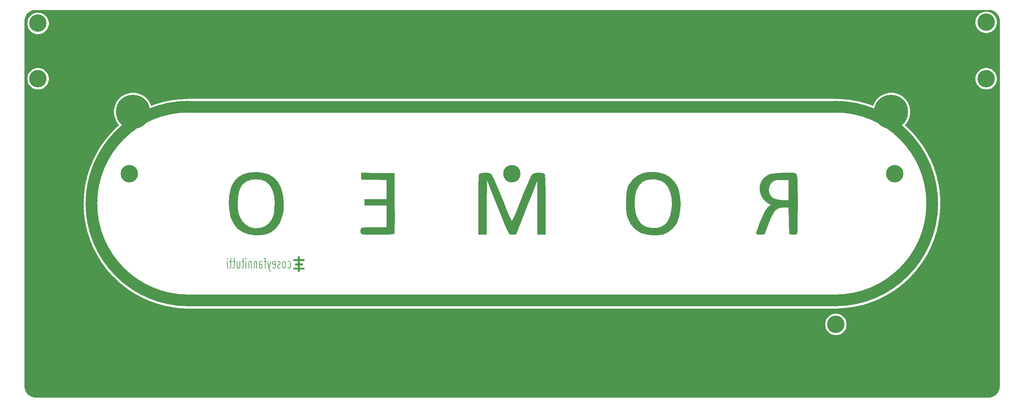
<source format=gbr>
G04 #@! TF.GenerationSoftware,KiCad,Pcbnew,(5.1.4)-1*
G04 #@! TF.CreationDate,2019-10-29T16:24:30-04:00*
G04 #@! TF.ProjectId,romeo-bottom,726f6d65-6f2d-4626-9f74-746f6d2e6b69,rev?*
G04 #@! TF.SameCoordinates,Original*
G04 #@! TF.FileFunction,Copper,L2,Bot*
G04 #@! TF.FilePolarity,Positive*
%FSLAX46Y46*%
G04 Gerber Fmt 4.6, Leading zero omitted, Abs format (unit mm)*
G04 Created by KiCad (PCBNEW (5.1.4)-1) date 2019-10-29 16:24:30*
%MOMM*%
%LPD*%
G04 APERTURE LIST*
%ADD10C,0.200000*%
%ADD11C,0.010000*%
%ADD12C,3.000000*%
%ADD13C,8.600000*%
%ADD14C,4.400000*%
%ADD15C,0.254000*%
G04 APERTURE END LIST*
D10*
X88870514Y-77567504D02*
X89013371Y-77686552D01*
X89299085Y-77686552D01*
X89441942Y-77567504D01*
X89513371Y-77448457D01*
X89584800Y-77210361D01*
X89584800Y-76496076D01*
X89513371Y-76257980D01*
X89441942Y-76138933D01*
X89299085Y-76019885D01*
X89013371Y-76019885D01*
X88870514Y-76138933D01*
X88013371Y-77686552D02*
X88156228Y-77567504D01*
X88227657Y-77448457D01*
X88299085Y-77210361D01*
X88299085Y-76496076D01*
X88227657Y-76257980D01*
X88156228Y-76138933D01*
X88013371Y-76019885D01*
X87799085Y-76019885D01*
X87656228Y-76138933D01*
X87584800Y-76257980D01*
X87513371Y-76496076D01*
X87513371Y-77210361D01*
X87584800Y-77448457D01*
X87656228Y-77567504D01*
X87799085Y-77686552D01*
X88013371Y-77686552D01*
X86941942Y-77567504D02*
X86799085Y-77686552D01*
X86513371Y-77686552D01*
X86370514Y-77567504D01*
X86299085Y-77329409D01*
X86299085Y-77210361D01*
X86370514Y-76972266D01*
X86513371Y-76853219D01*
X86727657Y-76853219D01*
X86870514Y-76734171D01*
X86941942Y-76496076D01*
X86941942Y-76377028D01*
X86870514Y-76138933D01*
X86727657Y-76019885D01*
X86513371Y-76019885D01*
X86370514Y-76138933D01*
X85084800Y-77567504D02*
X85227657Y-77686552D01*
X85513371Y-77686552D01*
X85656228Y-77567504D01*
X85727657Y-77329409D01*
X85727657Y-76377028D01*
X85656228Y-76138933D01*
X85513371Y-76019885D01*
X85227657Y-76019885D01*
X85084800Y-76138933D01*
X85013371Y-76377028D01*
X85013371Y-76615123D01*
X85727657Y-76853219D01*
X84513371Y-76019885D02*
X84156228Y-77686552D01*
X83799085Y-76019885D02*
X84156228Y-77686552D01*
X84299085Y-78281790D01*
X84370514Y-78400838D01*
X84513371Y-78519885D01*
X83441942Y-76019885D02*
X82870514Y-76019885D01*
X83227657Y-77686552D02*
X83227657Y-75543695D01*
X83156228Y-75305600D01*
X83013371Y-75186552D01*
X82870514Y-75186552D01*
X81727657Y-77686552D02*
X81727657Y-76377028D01*
X81799085Y-76138933D01*
X81941942Y-76019885D01*
X82227657Y-76019885D01*
X82370514Y-76138933D01*
X81727657Y-77567504D02*
X81870514Y-77686552D01*
X82227657Y-77686552D01*
X82370514Y-77567504D01*
X82441942Y-77329409D01*
X82441942Y-77091314D01*
X82370514Y-76853219D01*
X82227657Y-76734171D01*
X81870514Y-76734171D01*
X81727657Y-76615123D01*
X81013371Y-76019885D02*
X81013371Y-77686552D01*
X81013371Y-76257980D02*
X80941942Y-76138933D01*
X80799085Y-76019885D01*
X80584800Y-76019885D01*
X80441942Y-76138933D01*
X80370514Y-76377028D01*
X80370514Y-77686552D01*
X79656228Y-76019885D02*
X79656228Y-77686552D01*
X79656228Y-76257980D02*
X79584800Y-76138933D01*
X79441942Y-76019885D01*
X79227657Y-76019885D01*
X79084800Y-76138933D01*
X79013371Y-76377028D01*
X79013371Y-77686552D01*
X78299085Y-77686552D02*
X78299085Y-76019885D01*
X78299085Y-75186552D02*
X78370514Y-75305600D01*
X78299085Y-75424647D01*
X78227657Y-75305600D01*
X78299085Y-75186552D01*
X78299085Y-75424647D01*
X77799085Y-76019885D02*
X77227657Y-76019885D01*
X77584800Y-75186552D02*
X77584800Y-77329409D01*
X77513371Y-77567504D01*
X77370514Y-77686552D01*
X77227657Y-77686552D01*
X76084800Y-76019885D02*
X76084800Y-77686552D01*
X76727657Y-76019885D02*
X76727657Y-77329409D01*
X76656228Y-77567504D01*
X76513371Y-77686552D01*
X76299085Y-77686552D01*
X76156228Y-77567504D01*
X76084800Y-77448457D01*
X75584800Y-76019885D02*
X75013371Y-76019885D01*
X75370514Y-75186552D02*
X75370514Y-77329409D01*
X75299085Y-77567504D01*
X75156228Y-77686552D01*
X75013371Y-77686552D01*
X74727657Y-76019885D02*
X74156228Y-76019885D01*
X74513371Y-75186552D02*
X74513371Y-77329409D01*
X74441942Y-77567504D01*
X74299085Y-77686552D01*
X74156228Y-77686552D01*
X73656228Y-77686552D02*
X73656228Y-76019885D01*
X73656228Y-75186552D02*
X73727657Y-75305600D01*
X73656228Y-75424647D01*
X73584800Y-75305600D01*
X73656228Y-75186552D01*
X73656228Y-75424647D01*
D11*
G36*
X91837934Y-78001377D02*
G01*
X92407317Y-77999200D01*
X92976700Y-77997024D01*
X92976700Y-77590624D01*
X91837934Y-77586272D01*
X91837934Y-76925991D01*
X92557601Y-76925991D01*
X92557601Y-76494191D01*
X91837934Y-76494191D01*
X91837934Y-75816977D01*
X92407317Y-75814800D01*
X92976700Y-75812624D01*
X92978963Y-75598841D01*
X92981225Y-75385058D01*
X91837934Y-75385058D01*
X91837934Y-74766991D01*
X91397667Y-74766991D01*
X91397667Y-75385058D01*
X90263134Y-75385058D01*
X90263134Y-75816857D01*
X91397667Y-75816857D01*
X91397667Y-76494191D01*
X90686467Y-76494191D01*
X90686467Y-76925991D01*
X91397667Y-76925991D01*
X91397667Y-77586391D01*
X90263134Y-77586391D01*
X90263134Y-78001257D01*
X91397448Y-78001257D01*
X91401900Y-78589691D01*
X91619917Y-78591950D01*
X91837934Y-78594210D01*
X91837934Y-78001377D01*
X91837934Y-78001377D01*
G37*
X91837934Y-78001377D02*
X92407317Y-77999200D01*
X92976700Y-77997024D01*
X92976700Y-77590624D01*
X91837934Y-77586272D01*
X91837934Y-76925991D01*
X92557601Y-76925991D01*
X92557601Y-76494191D01*
X91837934Y-76494191D01*
X91837934Y-75816977D01*
X92407317Y-75814800D01*
X92976700Y-75812624D01*
X92978963Y-75598841D01*
X92981225Y-75385058D01*
X91837934Y-75385058D01*
X91837934Y-74766991D01*
X91397667Y-74766991D01*
X91397667Y-75385058D01*
X90263134Y-75385058D01*
X90263134Y-75816857D01*
X91397667Y-75816857D01*
X91397667Y-76494191D01*
X90686467Y-76494191D01*
X90686467Y-76925991D01*
X91397667Y-76925991D01*
X91397667Y-77586391D01*
X90263134Y-77586391D01*
X90263134Y-78001257D01*
X91397448Y-78001257D01*
X91401900Y-78589691D01*
X91619917Y-78591950D01*
X91837934Y-78594210D01*
X91837934Y-78001377D01*
D12*
X227271166Y-85872600D02*
X63737832Y-85872600D01*
X227271166Y-36872600D02*
X63737832Y-36872600D01*
X63737832Y-36872600D02*
G75*
G03X63737832Y-85872600I0J-24500000D01*
G01*
X227271166Y-85872600D02*
G75*
G03X227271166Y-36872600I0J24500000D01*
G01*
D11*
G36*
X107446455Y-54404914D02*
G01*
X107515902Y-55245407D01*
X110690902Y-55307226D01*
X113865902Y-55369046D01*
X113865902Y-60258565D01*
X108295727Y-60258565D01*
X108295727Y-61818214D01*
X113865902Y-61818214D01*
X113865902Y-67388390D01*
X110650215Y-67388390D01*
X109389865Y-67392096D01*
X108504579Y-67409455D01*
X107923826Y-67449829D01*
X107577077Y-67522580D01*
X107393802Y-67637071D01*
X107303470Y-67802662D01*
X107293095Y-67834004D01*
X107240202Y-68426587D01*
X107293095Y-68725232D01*
X107364595Y-68882140D01*
X107506064Y-68997170D01*
X107779352Y-69076799D01*
X108246308Y-69127504D01*
X108968784Y-69155761D01*
X110008628Y-69168047D01*
X111427691Y-69170839D01*
X111548436Y-69170846D01*
X113099380Y-69162855D01*
X114250007Y-69136889D01*
X115045358Y-69089959D01*
X115530479Y-69019078D01*
X115750412Y-68921255D01*
X115769826Y-68890753D01*
X115793764Y-68607969D01*
X115812385Y-67933748D01*
X115825347Y-66922238D01*
X115832311Y-65627588D01*
X115832935Y-64103947D01*
X115826878Y-62405464D01*
X115818535Y-61148209D01*
X115759762Y-53685758D01*
X111568384Y-53625089D01*
X107377007Y-53564421D01*
X107446455Y-54404914D01*
X107446455Y-54404914D01*
G37*
X107446455Y-54404914D02*
X107515902Y-55245407D01*
X110690902Y-55307226D01*
X113865902Y-55369046D01*
X113865902Y-60258565D01*
X108295727Y-60258565D01*
X108295727Y-61818214D01*
X113865902Y-61818214D01*
X113865902Y-67388390D01*
X110650215Y-67388390D01*
X109389865Y-67392096D01*
X108504579Y-67409455D01*
X107923826Y-67449829D01*
X107577077Y-67522580D01*
X107393802Y-67637071D01*
X107303470Y-67802662D01*
X107293095Y-67834004D01*
X107240202Y-68426587D01*
X107293095Y-68725232D01*
X107364595Y-68882140D01*
X107506064Y-68997170D01*
X107779352Y-69076799D01*
X108246308Y-69127504D01*
X108968784Y-69155761D01*
X110008628Y-69168047D01*
X111427691Y-69170839D01*
X111548436Y-69170846D01*
X113099380Y-69162855D01*
X114250007Y-69136889D01*
X115045358Y-69089959D01*
X115530479Y-69019078D01*
X115750412Y-68921255D01*
X115769826Y-68890753D01*
X115793764Y-68607969D01*
X115812385Y-67933748D01*
X115825347Y-66922238D01*
X115832311Y-65627588D01*
X115832935Y-64103947D01*
X115826878Y-62405464D01*
X115818535Y-61148209D01*
X115759762Y-53685758D01*
X111568384Y-53625089D01*
X107377007Y-53564421D01*
X107446455Y-54404914D01*
G36*
X151768257Y-53611709D02*
G01*
X151062461Y-53761425D01*
X150660080Y-53964267D01*
X150441743Y-54287844D01*
X150087974Y-54988002D01*
X149617225Y-56023123D01*
X149047948Y-57351588D01*
X148398595Y-58931778D01*
X147870179Y-60256955D01*
X147190849Y-61974661D01*
X146652634Y-63315859D01*
X146236597Y-64319925D01*
X145923803Y-65026231D01*
X145695314Y-65474150D01*
X145532196Y-65703056D01*
X145415512Y-65752321D01*
X145326326Y-65661318D01*
X145298416Y-65604324D01*
X145148376Y-65251202D01*
X144854811Y-64548191D01*
X144443542Y-63557580D01*
X143940392Y-62341661D01*
X143371182Y-60962725D01*
X142872143Y-59751359D01*
X142263686Y-58291109D01*
X141690936Y-56950326D01*
X141181011Y-55789859D01*
X140761030Y-54870559D01*
X140458114Y-54253275D01*
X140315188Y-54014078D01*
X139939292Y-53730186D01*
X139358329Y-53597665D01*
X138755627Y-53574355D01*
X138035658Y-53622040D01*
X137485022Y-53744070D01*
X137305200Y-53841723D01*
X137227072Y-54049532D01*
X137164019Y-54521474D01*
X137114984Y-55288372D01*
X137078911Y-56381050D01*
X137054742Y-57830332D01*
X137041421Y-59667043D01*
X137037832Y-61639969D01*
X137037832Y-69170846D01*
X139036747Y-69170846D01*
X139095623Y-62237193D01*
X139154499Y-55303539D01*
X141466269Y-61067456D01*
X142285351Y-63111525D01*
X142955627Y-64780829D01*
X143496749Y-66113147D01*
X143928366Y-67146261D01*
X144270129Y-67917950D01*
X144541689Y-68465995D01*
X144762695Y-68828177D01*
X144952798Y-69042277D01*
X145131648Y-69146075D01*
X145318895Y-69177351D01*
X145534190Y-69173886D01*
X145680975Y-69170846D01*
X146550394Y-69170846D01*
X148401711Y-64436197D01*
X148996408Y-62917369D01*
X149594566Y-61393415D01*
X150157415Y-59962844D01*
X150646183Y-58724166D01*
X151022099Y-57775891D01*
X151098238Y-57584881D01*
X151943448Y-55468214D01*
X151965902Y-69170846D01*
X153971165Y-69170846D01*
X153971165Y-61639969D01*
X153966561Y-59434752D01*
X153952045Y-57644238D01*
X153926558Y-56237602D01*
X153889046Y-55184020D01*
X153838450Y-54452667D01*
X153773714Y-54012720D01*
X153703797Y-53841723D01*
X153258717Y-53645022D01*
X152556940Y-53570630D01*
X151768257Y-53611709D01*
X151768257Y-53611709D01*
G37*
X151768257Y-53611709D02*
X151062461Y-53761425D01*
X150660080Y-53964267D01*
X150441743Y-54287844D01*
X150087974Y-54988002D01*
X149617225Y-56023123D01*
X149047948Y-57351588D01*
X148398595Y-58931778D01*
X147870179Y-60256955D01*
X147190849Y-61974661D01*
X146652634Y-63315859D01*
X146236597Y-64319925D01*
X145923803Y-65026231D01*
X145695314Y-65474150D01*
X145532196Y-65703056D01*
X145415512Y-65752321D01*
X145326326Y-65661318D01*
X145298416Y-65604324D01*
X145148376Y-65251202D01*
X144854811Y-64548191D01*
X144443542Y-63557580D01*
X143940392Y-62341661D01*
X143371182Y-60962725D01*
X142872143Y-59751359D01*
X142263686Y-58291109D01*
X141690936Y-56950326D01*
X141181011Y-55789859D01*
X140761030Y-54870559D01*
X140458114Y-54253275D01*
X140315188Y-54014078D01*
X139939292Y-53730186D01*
X139358329Y-53597665D01*
X138755627Y-53574355D01*
X138035658Y-53622040D01*
X137485022Y-53744070D01*
X137305200Y-53841723D01*
X137227072Y-54049532D01*
X137164019Y-54521474D01*
X137114984Y-55288372D01*
X137078911Y-56381050D01*
X137054742Y-57830332D01*
X137041421Y-59667043D01*
X137037832Y-61639969D01*
X137037832Y-69170846D01*
X139036747Y-69170846D01*
X139095623Y-62237193D01*
X139154499Y-55303539D01*
X141466269Y-61067456D01*
X142285351Y-63111525D01*
X142955627Y-64780829D01*
X143496749Y-66113147D01*
X143928366Y-67146261D01*
X144270129Y-67917950D01*
X144541689Y-68465995D01*
X144762695Y-68828177D01*
X144952798Y-69042277D01*
X145131648Y-69146075D01*
X145318895Y-69177351D01*
X145534190Y-69173886D01*
X145680975Y-69170846D01*
X146550394Y-69170846D01*
X148401711Y-64436197D01*
X148996408Y-62917369D01*
X149594566Y-61393415D01*
X150157415Y-59962844D01*
X150646183Y-58724166D01*
X151022099Y-57775891D01*
X151098238Y-57584881D01*
X151943448Y-55468214D01*
X151965902Y-69170846D01*
X153971165Y-69170846D01*
X153971165Y-61639969D01*
X153966561Y-59434752D01*
X153952045Y-57644238D01*
X153926558Y-56237602D01*
X153889046Y-55184020D01*
X153838450Y-54452667D01*
X153773714Y-54012720D01*
X153703797Y-53841723D01*
X153258717Y-53645022D01*
X152556940Y-53570630D01*
X151768257Y-53611709D01*
G36*
X214913290Y-53592908D02*
G01*
X214115325Y-53613690D01*
X212842281Y-53659090D01*
X211918087Y-53720813D01*
X211245982Y-53813287D01*
X210729206Y-53950936D01*
X210270998Y-54148188D01*
X210165495Y-54202567D01*
X209181823Y-54944017D01*
X208525342Y-55903228D01*
X208193476Y-56998252D01*
X208183647Y-58147139D01*
X208493281Y-59267941D01*
X209119800Y-60278711D01*
X210060629Y-61097499D01*
X210388156Y-61285405D01*
X211037243Y-61621061D01*
X210459100Y-62075829D01*
X210014036Y-62548261D01*
X209545242Y-63227185D01*
X209352312Y-63573827D01*
X208998929Y-64315384D01*
X208595564Y-65230051D01*
X208182100Y-66218251D01*
X207798423Y-67180411D01*
X207484416Y-68016958D01*
X207279966Y-68628317D01*
X207222043Y-68892140D01*
X207358452Y-69080808D01*
X207815293Y-69143275D01*
X208265636Y-69127352D01*
X209309230Y-69059442D01*
X210369552Y-66385758D01*
X210987252Y-64919830D01*
X211545347Y-63834482D01*
X212092303Y-63077986D01*
X212676586Y-62598611D01*
X213346661Y-62344628D01*
X214150993Y-62264307D01*
X214231388Y-62263828D01*
X215454296Y-62263828D01*
X215577306Y-69059442D01*
X216476617Y-69125628D01*
X217081878Y-69131384D01*
X217482565Y-69064257D01*
X217534950Y-69032792D01*
X217573293Y-68779322D01*
X217608310Y-68133986D01*
X217638852Y-67150526D01*
X217663768Y-65882684D01*
X217681908Y-64384203D01*
X217692123Y-62708825D01*
X217693972Y-61600858D01*
X217690029Y-59489252D01*
X217677198Y-57783810D01*
X217653979Y-56445145D01*
X217618872Y-55433869D01*
X217613706Y-55356811D01*
X215465902Y-55356811D01*
X215465902Y-60481372D01*
X214010500Y-60481372D01*
X213111577Y-60431711D01*
X212275421Y-60303042D01*
X211797229Y-60164714D01*
X211027728Y-59627856D01*
X210548672Y-58851185D01*
X210375215Y-57945300D01*
X210522515Y-57020797D01*
X211005728Y-56188277D01*
X211222327Y-55969530D01*
X211609774Y-55659036D01*
X211998567Y-55475515D01*
X212520653Y-55386164D01*
X213307981Y-55358180D01*
X213686961Y-55356811D01*
X215465902Y-55356811D01*
X217613706Y-55356811D01*
X217570377Y-54710594D01*
X217506993Y-54235931D01*
X217427221Y-53970492D01*
X217401728Y-53928278D01*
X217241316Y-53766729D01*
X216988789Y-53659743D01*
X216567623Y-53599994D01*
X215901297Y-53580157D01*
X214913290Y-53592908D01*
X214913290Y-53592908D01*
G37*
X214913290Y-53592908D02*
X214115325Y-53613690D01*
X212842281Y-53659090D01*
X211918087Y-53720813D01*
X211245982Y-53813287D01*
X210729206Y-53950936D01*
X210270998Y-54148188D01*
X210165495Y-54202567D01*
X209181823Y-54944017D01*
X208525342Y-55903228D01*
X208193476Y-56998252D01*
X208183647Y-58147139D01*
X208493281Y-59267941D01*
X209119800Y-60278711D01*
X210060629Y-61097499D01*
X210388156Y-61285405D01*
X211037243Y-61621061D01*
X210459100Y-62075829D01*
X210014036Y-62548261D01*
X209545242Y-63227185D01*
X209352312Y-63573827D01*
X208998929Y-64315384D01*
X208595564Y-65230051D01*
X208182100Y-66218251D01*
X207798423Y-67180411D01*
X207484416Y-68016958D01*
X207279966Y-68628317D01*
X207222043Y-68892140D01*
X207358452Y-69080808D01*
X207815293Y-69143275D01*
X208265636Y-69127352D01*
X209309230Y-69059442D01*
X210369552Y-66385758D01*
X210987252Y-64919830D01*
X211545347Y-63834482D01*
X212092303Y-63077986D01*
X212676586Y-62598611D01*
X213346661Y-62344628D01*
X214150993Y-62264307D01*
X214231388Y-62263828D01*
X215454296Y-62263828D01*
X215577306Y-69059442D01*
X216476617Y-69125628D01*
X217081878Y-69131384D01*
X217482565Y-69064257D01*
X217534950Y-69032792D01*
X217573293Y-68779322D01*
X217608310Y-68133986D01*
X217638852Y-67150526D01*
X217663768Y-65882684D01*
X217681908Y-64384203D01*
X217692123Y-62708825D01*
X217693972Y-61600858D01*
X217690029Y-59489252D01*
X217677198Y-57783810D01*
X217653979Y-56445145D01*
X217618872Y-55433869D01*
X217613706Y-55356811D01*
X215465902Y-55356811D01*
X215465902Y-60481372D01*
X214010500Y-60481372D01*
X213111577Y-60431711D01*
X212275421Y-60303042D01*
X211797229Y-60164714D01*
X211027728Y-59627856D01*
X210548672Y-58851185D01*
X210375215Y-57945300D01*
X210522515Y-57020797D01*
X211005728Y-56188277D01*
X211222327Y-55969530D01*
X211609774Y-55659036D01*
X211998567Y-55475515D01*
X212520653Y-55386164D01*
X213307981Y-55358180D01*
X213686961Y-55356811D01*
X215465902Y-55356811D01*
X217613706Y-55356811D01*
X217570377Y-54710594D01*
X217506993Y-54235931D01*
X217427221Y-53970492D01*
X217401728Y-53928278D01*
X217241316Y-53766729D01*
X216988789Y-53659743D01*
X216567623Y-53599994D01*
X215901297Y-53580157D01*
X214913290Y-53592908D01*
G36*
X79331497Y-53469493D02*
G01*
X77720398Y-53898020D01*
X76372752Y-54677934D01*
X75299545Y-55803243D01*
X74633004Y-56977275D01*
X74271036Y-58141582D01*
X74051036Y-59586521D01*
X73976778Y-61169076D01*
X74052038Y-62746235D01*
X74280591Y-64174982D01*
X74428760Y-64713772D01*
X75137272Y-66336730D01*
X76107993Y-67601095D01*
X77349205Y-68513074D01*
X78869188Y-69078874D01*
X80547592Y-69300138D01*
X81535015Y-69307917D01*
X82472990Y-69259520D01*
X83174525Y-69165251D01*
X83229937Y-69152348D01*
X84645386Y-68583933D01*
X85815824Y-67657301D01*
X86727859Y-66394921D01*
X87368098Y-64819267D01*
X87723148Y-62952810D01*
X87794837Y-61492894D01*
X87755108Y-60951199D01*
X85532721Y-60951199D01*
X85514473Y-62763339D01*
X85289329Y-64227745D01*
X84843166Y-65398441D01*
X84161861Y-66329454D01*
X84114008Y-66378061D01*
X83074645Y-67117360D01*
X81820303Y-67530757D01*
X80462638Y-67595474D01*
X79308361Y-67358510D01*
X78281721Y-66798260D01*
X77373909Y-65881818D01*
X76671316Y-64697423D01*
X76645850Y-64639102D01*
X76405594Y-63988160D01*
X76258145Y-63307349D01*
X76184346Y-62461083D01*
X76165040Y-61313774D01*
X76165184Y-61237137D01*
X76257772Y-59521695D01*
X76539174Y-58149012D01*
X77029602Y-57049359D01*
X77592813Y-56312123D01*
X78479878Y-55666862D01*
X79609319Y-55274948D01*
X80851403Y-55144563D01*
X82076394Y-55283892D01*
X83154557Y-55701119D01*
X83505025Y-55939178D01*
X84373730Y-56814019D01*
X84981789Y-57884808D01*
X85357829Y-59222305D01*
X85530475Y-60897269D01*
X85532721Y-60951199D01*
X87755108Y-60951199D01*
X87638113Y-59356053D01*
X87177531Y-57536629D01*
X86417315Y-56039803D01*
X85361691Y-54870757D01*
X84014882Y-54034672D01*
X82381113Y-53536729D01*
X81195060Y-53398346D01*
X79331497Y-53469493D01*
X79331497Y-53469493D01*
G37*
X79331497Y-53469493D02*
X77720398Y-53898020D01*
X76372752Y-54677934D01*
X75299545Y-55803243D01*
X74633004Y-56977275D01*
X74271036Y-58141582D01*
X74051036Y-59586521D01*
X73976778Y-61169076D01*
X74052038Y-62746235D01*
X74280591Y-64174982D01*
X74428760Y-64713772D01*
X75137272Y-66336730D01*
X76107993Y-67601095D01*
X77349205Y-68513074D01*
X78869188Y-69078874D01*
X80547592Y-69300138D01*
X81535015Y-69307917D01*
X82472990Y-69259520D01*
X83174525Y-69165251D01*
X83229937Y-69152348D01*
X84645386Y-68583933D01*
X85815824Y-67657301D01*
X86727859Y-66394921D01*
X87368098Y-64819267D01*
X87723148Y-62952810D01*
X87794837Y-61492894D01*
X87755108Y-60951199D01*
X85532721Y-60951199D01*
X85514473Y-62763339D01*
X85289329Y-64227745D01*
X84843166Y-65398441D01*
X84161861Y-66329454D01*
X84114008Y-66378061D01*
X83074645Y-67117360D01*
X81820303Y-67530757D01*
X80462638Y-67595474D01*
X79308361Y-67358510D01*
X78281721Y-66798260D01*
X77373909Y-65881818D01*
X76671316Y-64697423D01*
X76645850Y-64639102D01*
X76405594Y-63988160D01*
X76258145Y-63307349D01*
X76184346Y-62461083D01*
X76165040Y-61313774D01*
X76165184Y-61237137D01*
X76257772Y-59521695D01*
X76539174Y-58149012D01*
X77029602Y-57049359D01*
X77592813Y-56312123D01*
X78479878Y-55666862D01*
X79609319Y-55274948D01*
X80851403Y-55144563D01*
X82076394Y-55283892D01*
X83154557Y-55701119D01*
X83505025Y-55939178D01*
X84373730Y-56814019D01*
X84981789Y-57884808D01*
X85357829Y-59222305D01*
X85530475Y-60897269D01*
X85532721Y-60951199D01*
X87755108Y-60951199D01*
X87638113Y-59356053D01*
X87177531Y-57536629D01*
X86417315Y-56039803D01*
X85361691Y-54870757D01*
X84014882Y-54034672D01*
X82381113Y-53536729D01*
X81195060Y-53398346D01*
X79331497Y-53469493D01*
G36*
X179869075Y-53416767D02*
G01*
X178440079Y-53712262D01*
X177222174Y-54308563D01*
X176260222Y-55104429D01*
X175528067Y-55936311D01*
X175001286Y-56804420D01*
X174651849Y-57800011D01*
X174451726Y-59014334D01*
X174372886Y-60538645D01*
X174369054Y-61261197D01*
X174388955Y-62518344D01*
X174446733Y-63449831D01*
X174557601Y-64175036D01*
X174736767Y-64813335D01*
X174865846Y-65160319D01*
X175666824Y-66695599D01*
X176717115Y-67869413D01*
X178032622Y-68692517D01*
X179629250Y-69175668D01*
X181018101Y-69321309D01*
X182444107Y-69300352D01*
X183595569Y-69131253D01*
X183847554Y-69060498D01*
X185016666Y-68489380D01*
X186111238Y-67605096D01*
X186991488Y-66535294D01*
X187360881Y-65852202D01*
X187774150Y-64515672D01*
X188013674Y-62925566D01*
X188068085Y-61498448D01*
X185953036Y-61498448D01*
X185834149Y-63014722D01*
X185522622Y-64417937D01*
X185041885Y-65606125D01*
X184415371Y-66477315D01*
X184345701Y-66542986D01*
X183351913Y-67166500D01*
X182132666Y-67515410D01*
X180826386Y-67572334D01*
X179571497Y-67319888D01*
X179233897Y-67184941D01*
X178136792Y-66449192D01*
X177314681Y-65365407D01*
X176769472Y-63937689D01*
X176503079Y-62170134D01*
X176474674Y-61266225D01*
X176610086Y-59363878D01*
X177015849Y-57814282D01*
X177691254Y-56618255D01*
X178635591Y-55776614D01*
X179848151Y-55290178D01*
X181328225Y-55159764D01*
X181751181Y-55183808D01*
X183076385Y-55482964D01*
X184150196Y-56142565D01*
X184976454Y-57167087D01*
X185558995Y-58561007D01*
X185855851Y-59971086D01*
X185953036Y-61498448D01*
X188068085Y-61498448D01*
X188078492Y-61225505D01*
X187967646Y-59559112D01*
X187680177Y-58070008D01*
X187417932Y-57310658D01*
X186566492Y-55837604D01*
X185425619Y-54700269D01*
X184009402Y-53908112D01*
X182331930Y-53470590D01*
X181587955Y-53396824D01*
X179869075Y-53416767D01*
X179869075Y-53416767D01*
G37*
X179869075Y-53416767D02*
X178440079Y-53712262D01*
X177222174Y-54308563D01*
X176260222Y-55104429D01*
X175528067Y-55936311D01*
X175001286Y-56804420D01*
X174651849Y-57800011D01*
X174451726Y-59014334D01*
X174372886Y-60538645D01*
X174369054Y-61261197D01*
X174388955Y-62518344D01*
X174446733Y-63449831D01*
X174557601Y-64175036D01*
X174736767Y-64813335D01*
X174865846Y-65160319D01*
X175666824Y-66695599D01*
X176717115Y-67869413D01*
X178032622Y-68692517D01*
X179629250Y-69175668D01*
X181018101Y-69321309D01*
X182444107Y-69300352D01*
X183595569Y-69131253D01*
X183847554Y-69060498D01*
X185016666Y-68489380D01*
X186111238Y-67605096D01*
X186991488Y-66535294D01*
X187360881Y-65852202D01*
X187774150Y-64515672D01*
X188013674Y-62925566D01*
X188068085Y-61498448D01*
X185953036Y-61498448D01*
X185834149Y-63014722D01*
X185522622Y-64417937D01*
X185041885Y-65606125D01*
X184415371Y-66477315D01*
X184345701Y-66542986D01*
X183351913Y-67166500D01*
X182132666Y-67515410D01*
X180826386Y-67572334D01*
X179571497Y-67319888D01*
X179233897Y-67184941D01*
X178136792Y-66449192D01*
X177314681Y-65365407D01*
X176769472Y-63937689D01*
X176503079Y-62170134D01*
X176474674Y-61266225D01*
X176610086Y-59363878D01*
X177015849Y-57814282D01*
X177691254Y-56618255D01*
X178635591Y-55776614D01*
X179848151Y-55290178D01*
X181328225Y-55159764D01*
X181751181Y-55183808D01*
X183076385Y-55482964D01*
X184150196Y-56142565D01*
X184976454Y-57167087D01*
X185558995Y-58561007D01*
X185855851Y-59971086D01*
X185953036Y-61498448D01*
X188068085Y-61498448D01*
X188078492Y-61225505D01*
X187967646Y-59559112D01*
X187680177Y-58070008D01*
X187417932Y-57310658D01*
X186566492Y-55837604D01*
X185425619Y-54700269D01*
X184009402Y-53908112D01*
X182331930Y-53470590D01*
X181587955Y-53396824D01*
X179869075Y-53416767D01*
D13*
X241366999Y-38133400D03*
X49717001Y-38133400D03*
D14*
X227380800Y-91922600D03*
X63703200Y-91922600D03*
X48844200Y-53822600D03*
X242239800Y-53822600D03*
X145504499Y-53822600D03*
X265366999Y-15497599D03*
X265366999Y-29772600D03*
X25717001Y-29772600D03*
X25717001Y-15772600D03*
D15*
G36*
X266022539Y-12482601D02*
G01*
X266561408Y-12534944D01*
X267046132Y-12680812D01*
X267493287Y-12918047D01*
X267885849Y-13237621D01*
X268208862Y-13627355D01*
X268450023Y-14072408D01*
X268600148Y-14555829D01*
X268657001Y-15092077D01*
X268656999Y-107628138D01*
X268604656Y-108167009D01*
X268458788Y-108651732D01*
X268221552Y-109098888D01*
X267901979Y-109491449D01*
X267512243Y-109814463D01*
X267067192Y-110055623D01*
X266583771Y-110205748D01*
X266047529Y-110262600D01*
X25061466Y-110264659D01*
X24522591Y-110212316D01*
X24037868Y-110066448D01*
X23590712Y-109829212D01*
X23198151Y-109509639D01*
X22875137Y-109119903D01*
X22633977Y-108674852D01*
X22483852Y-108191431D01*
X22426999Y-107655183D01*
X22426999Y-91643377D01*
X224545800Y-91643377D01*
X224545800Y-92201823D01*
X224654748Y-92749539D01*
X224868456Y-93265476D01*
X225178712Y-93729807D01*
X225573593Y-94124688D01*
X226037924Y-94434944D01*
X226553861Y-94648652D01*
X227101577Y-94757600D01*
X227660023Y-94757600D01*
X228207739Y-94648652D01*
X228723676Y-94434944D01*
X229188007Y-94124688D01*
X229582888Y-93729807D01*
X229893144Y-93265476D01*
X230106852Y-92749539D01*
X230215800Y-92201823D01*
X230215800Y-91643377D01*
X230106852Y-91095661D01*
X229893144Y-90579724D01*
X229582888Y-90115393D01*
X229188007Y-89720512D01*
X228723676Y-89410256D01*
X228207739Y-89196548D01*
X227660023Y-89087600D01*
X227101577Y-89087600D01*
X226553861Y-89196548D01*
X226037924Y-89410256D01*
X225573593Y-89720512D01*
X225178712Y-90115393D01*
X224868456Y-90579724D01*
X224654748Y-91095661D01*
X224545800Y-91643377D01*
X22426999Y-91643377D01*
X22426999Y-60506383D01*
X37117786Y-60506383D01*
X37117786Y-60528740D01*
X37128082Y-62495171D01*
X37131463Y-62569613D01*
X37134063Y-62644073D01*
X37135856Y-62666358D01*
X37303825Y-64625630D01*
X37313168Y-64699588D01*
X37321728Y-64773571D01*
X37325302Y-64795640D01*
X37649861Y-66735130D01*
X37665105Y-66808097D01*
X37679571Y-66881159D01*
X37684904Y-66902871D01*
X38163963Y-68810084D01*
X38185004Y-68881574D01*
X38205289Y-68953261D01*
X38212346Y-68974475D01*
X38842818Y-70837124D01*
X38869532Y-70906715D01*
X38895493Y-70976524D01*
X38904229Y-70997104D01*
X39682052Y-72803191D01*
X39714249Y-72870391D01*
X39745737Y-72937918D01*
X39756095Y-72957731D01*
X40676259Y-74695619D01*
X40713760Y-74760052D01*
X40750545Y-74824805D01*
X40762458Y-74843724D01*
X41819035Y-76502217D01*
X41861557Y-76563397D01*
X41903441Y-76625028D01*
X41916834Y-76642931D01*
X43103017Y-78211346D01*
X43150300Y-78268910D01*
X43197002Y-78326995D01*
X43211787Y-78343765D01*
X44519935Y-79811998D01*
X44571704Y-79865606D01*
X44622890Y-79919734D01*
X44638973Y-79935265D01*
X46060657Y-81293855D01*
X46116550Y-81343132D01*
X46171922Y-81392989D01*
X46189198Y-81407180D01*
X47715261Y-82647378D01*
X47774942Y-82692025D01*
X47834118Y-82737269D01*
X47852476Y-82750028D01*
X49473086Y-83863843D01*
X49536163Y-83903565D01*
X49598769Y-83943912D01*
X49618092Y-83955158D01*
X51322808Y-84935413D01*
X51388863Y-84969946D01*
X51454507Y-85005144D01*
X51474647Y-85014793D01*
X51474670Y-85014805D01*
X51474691Y-85014814D01*
X53252510Y-85855185D01*
X53321064Y-85884284D01*
X53389378Y-85914130D01*
X53410251Y-85922142D01*
X55249762Y-86617235D01*
X55320494Y-86640764D01*
X55390916Y-86665013D01*
X55412347Y-86671320D01*
X55412365Y-86671326D01*
X55412382Y-86671330D01*
X57301694Y-87216653D01*
X57374068Y-87234430D01*
X57446227Y-87252957D01*
X57468105Y-87257528D01*
X57468111Y-87257529D01*
X57468116Y-87257530D01*
X59395093Y-87649577D01*
X59468606Y-87661484D01*
X59542069Y-87674173D01*
X59564250Y-87676975D01*
X61516465Y-87913220D01*
X61590733Y-87919195D01*
X61664943Y-87925949D01*
X61687275Y-87926963D01*
X61687277Y-87926963D01*
X63590240Y-88003393D01*
X63632950Y-88007600D01*
X227376048Y-88007600D01*
X227381619Y-88007051D01*
X227538901Y-88006228D01*
X227576142Y-88004537D01*
X227613407Y-88004537D01*
X227635741Y-88003523D01*
X229599680Y-87904034D01*
X229673905Y-87897279D01*
X229748156Y-87891305D01*
X229770334Y-87888503D01*
X229770338Y-87888503D01*
X229770341Y-87888502D01*
X231719972Y-87631829D01*
X231793383Y-87619148D01*
X231866951Y-87607233D01*
X231888836Y-87602661D01*
X233811605Y-87190454D01*
X233883790Y-87171920D01*
X233956135Y-87154151D01*
X233977562Y-87147844D01*
X233977585Y-87147838D01*
X233977605Y-87147831D01*
X235861100Y-86582756D01*
X235931568Y-86558492D01*
X236002255Y-86534978D01*
X236023127Y-86526966D01*
X237855258Y-85812648D01*
X237923572Y-85782802D01*
X237992126Y-85753703D01*
X238012278Y-85744048D01*
X238012289Y-85744043D01*
X238012299Y-85744038D01*
X239781231Y-84885091D01*
X239846921Y-84849869D01*
X239912932Y-84815359D01*
X239932245Y-84804119D01*
X239932254Y-84804114D01*
X239932261Y-84804109D01*
X241626612Y-83806060D01*
X241689266Y-83765682D01*
X241752295Y-83725991D01*
X241770640Y-83713240D01*
X241770654Y-83713231D01*
X241770665Y-83713222D01*
X243379510Y-82582508D01*
X243438712Y-82537245D01*
X243498367Y-82492617D01*
X243515630Y-82478437D01*
X243515644Y-82478426D01*
X243515656Y-82478415D01*
X245028635Y-81222316D01*
X245084000Y-81172466D01*
X245139900Y-81123183D01*
X245155983Y-81107652D01*
X246563362Y-79734248D01*
X246614546Y-79680122D01*
X246666318Y-79626511D01*
X246681103Y-79609740D01*
X247973804Y-78127889D01*
X248020492Y-78069821D01*
X248067788Y-78012242D01*
X248081180Y-77994340D01*
X249250874Y-76413590D01*
X249292731Y-76351998D01*
X249335281Y-76290778D01*
X249347194Y-76271859D01*
X250386346Y-74602392D01*
X250423131Y-74537639D01*
X250460632Y-74473206D01*
X250470983Y-74453405D01*
X250470990Y-74453393D01*
X250470995Y-74453383D01*
X251372905Y-72705964D01*
X251404401Y-72638420D01*
X251436590Y-72571237D01*
X251445326Y-72550657D01*
X252204194Y-70736524D01*
X252230167Y-70666684D01*
X252256869Y-70597123D01*
X252263926Y-70575909D01*
X252874858Y-68706760D01*
X252895143Y-68635074D01*
X252916184Y-68563583D01*
X252921517Y-68541871D01*
X253380577Y-66629748D01*
X253395050Y-66556655D01*
X253410287Y-66483719D01*
X253413861Y-66461649D01*
X253718093Y-64518868D01*
X253726656Y-64444859D01*
X253735996Y-64370924D01*
X253737789Y-64348639D01*
X253885231Y-62387717D01*
X253887831Y-62313264D01*
X253891212Y-62238817D01*
X253891212Y-62216460D01*
X253880916Y-60250029D01*
X253877535Y-60175587D01*
X253874935Y-60101127D01*
X253873142Y-60078842D01*
X253705173Y-58119571D01*
X253695831Y-58045619D01*
X253687270Y-57971629D01*
X253683696Y-57949560D01*
X253359137Y-56010071D01*
X253343899Y-55937132D01*
X253329427Y-55864040D01*
X253324094Y-55842328D01*
X252845035Y-53935116D01*
X252823990Y-53863612D01*
X252803709Y-53791940D01*
X252796652Y-53770725D01*
X252166180Y-51908076D01*
X252139466Y-51838485D01*
X252113505Y-51768676D01*
X252104769Y-51748096D01*
X251326946Y-49942010D01*
X251294751Y-49874814D01*
X251263261Y-49807282D01*
X251252903Y-49787469D01*
X250332739Y-48049581D01*
X250295251Y-47985171D01*
X250258453Y-47920394D01*
X250246552Y-47901497D01*
X250246540Y-47901476D01*
X250246528Y-47901459D01*
X249189963Y-46242983D01*
X249147420Y-46181772D01*
X249105556Y-46120171D01*
X249092164Y-46102269D01*
X247905981Y-44533853D01*
X247858660Y-44476243D01*
X247811996Y-44418205D01*
X247797226Y-44401452D01*
X247797212Y-44401435D01*
X247797199Y-44401422D01*
X246489063Y-42933203D01*
X246437293Y-42879593D01*
X246386107Y-42825466D01*
X246370025Y-42809935D01*
X244989176Y-41490367D01*
X245200264Y-41279279D01*
X245740339Y-40470999D01*
X246112349Y-39572886D01*
X246301999Y-38619455D01*
X246301999Y-37647345D01*
X246112349Y-36693914D01*
X245740339Y-35795801D01*
X245200264Y-34987521D01*
X244512878Y-34300135D01*
X243704598Y-33760060D01*
X242806485Y-33388050D01*
X241853054Y-33198400D01*
X240880944Y-33198400D01*
X239927513Y-33388050D01*
X239029400Y-33760060D01*
X238221120Y-34300135D01*
X237533734Y-34987521D01*
X236993659Y-35795801D01*
X236707631Y-36486334D01*
X235759235Y-36127965D01*
X235688520Y-36104441D01*
X235618082Y-36080187D01*
X235596651Y-36073880D01*
X235596633Y-36073874D01*
X235596616Y-36073870D01*
X233707303Y-35528547D01*
X233634993Y-35510786D01*
X233562771Y-35492242D01*
X233540893Y-35487672D01*
X233540887Y-35487671D01*
X233540882Y-35487670D01*
X231613905Y-35095623D01*
X231540408Y-35083719D01*
X231466930Y-35071027D01*
X231444749Y-35068225D01*
X229492533Y-34831980D01*
X229418265Y-34826005D01*
X229344055Y-34819251D01*
X229321723Y-34818237D01*
X229321721Y-34818237D01*
X227418758Y-34741807D01*
X227376048Y-34737600D01*
X63632950Y-34737600D01*
X63627379Y-34738149D01*
X63470097Y-34738972D01*
X63432856Y-34740663D01*
X63395591Y-34740663D01*
X63373257Y-34741677D01*
X61409318Y-34841166D01*
X61335093Y-34847921D01*
X61260842Y-34853895D01*
X61238664Y-34856697D01*
X61238660Y-34856697D01*
X61238657Y-34856698D01*
X59289026Y-35113371D01*
X59215593Y-35126055D01*
X59142048Y-35137967D01*
X59120163Y-35142539D01*
X57197393Y-35554746D01*
X57125218Y-35573277D01*
X57052863Y-35591049D01*
X57031430Y-35597358D01*
X57031414Y-35597362D01*
X57031400Y-35597367D01*
X55147898Y-36162444D01*
X55077442Y-36186704D01*
X55006743Y-36210222D01*
X54985870Y-36218234D01*
X54365504Y-36460105D01*
X54090341Y-35795801D01*
X53550266Y-34987521D01*
X52862880Y-34300135D01*
X52054600Y-33760060D01*
X51156487Y-33388050D01*
X50203056Y-33198400D01*
X49230946Y-33198400D01*
X48277515Y-33388050D01*
X47379402Y-33760060D01*
X46571122Y-34300135D01*
X45883736Y-34987521D01*
X45343661Y-35795801D01*
X44971651Y-36693914D01*
X44782001Y-37647345D01*
X44782001Y-38619455D01*
X44971651Y-39572886D01*
X45343661Y-40470999D01*
X45883736Y-41279279D01*
X46060669Y-41456212D01*
X45980363Y-41522884D01*
X45924995Y-41572738D01*
X45869097Y-41622018D01*
X45853015Y-41637548D01*
X44445636Y-43010952D01*
X44394426Y-43065105D01*
X44342680Y-43118690D01*
X44327895Y-43135460D01*
X43035194Y-44617311D01*
X42988502Y-44675384D01*
X42941210Y-44732958D01*
X42927818Y-44750860D01*
X41758124Y-46331610D01*
X41716247Y-46393230D01*
X41673717Y-46454422D01*
X41661817Y-46473321D01*
X41661803Y-46473341D01*
X41661793Y-46473359D01*
X40622652Y-48142808D01*
X40585843Y-48207602D01*
X40548366Y-48271995D01*
X40538015Y-48291795D01*
X40538008Y-48291807D01*
X40538008Y-48291808D01*
X39636093Y-50039237D01*
X39604606Y-50106760D01*
X39572408Y-50173963D01*
X39563672Y-50194543D01*
X38804804Y-52008675D01*
X38778831Y-52078516D01*
X38752129Y-52148076D01*
X38745072Y-52169291D01*
X38134140Y-54038440D01*
X38113848Y-54110148D01*
X38092814Y-54181617D01*
X38087481Y-54203329D01*
X37628421Y-56115453D01*
X37613938Y-56188594D01*
X37598711Y-56261482D01*
X37595141Y-56283529D01*
X37595136Y-56283552D01*
X37595134Y-56283573D01*
X37290905Y-58226333D01*
X37282342Y-58300340D01*
X37273002Y-58374276D01*
X37271209Y-58396561D01*
X37123767Y-60357483D01*
X37121167Y-60431935D01*
X37117786Y-60506383D01*
X22426999Y-60506383D01*
X22427000Y-29493377D01*
X22882001Y-29493377D01*
X22882001Y-30051823D01*
X22990949Y-30599539D01*
X23204657Y-31115476D01*
X23514913Y-31579807D01*
X23909794Y-31974688D01*
X24374125Y-32284944D01*
X24890062Y-32498652D01*
X25437778Y-32607600D01*
X25996224Y-32607600D01*
X26543940Y-32498652D01*
X27059877Y-32284944D01*
X27524208Y-31974688D01*
X27919089Y-31579807D01*
X28229345Y-31115476D01*
X28443053Y-30599539D01*
X28552001Y-30051823D01*
X28552001Y-29493377D01*
X262531999Y-29493377D01*
X262531999Y-30051823D01*
X262640947Y-30599539D01*
X262854655Y-31115476D01*
X263164911Y-31579807D01*
X263559792Y-31974688D01*
X264024123Y-32284944D01*
X264540060Y-32498652D01*
X265087776Y-32607600D01*
X265646222Y-32607600D01*
X266193938Y-32498652D01*
X266709875Y-32284944D01*
X267174206Y-31974688D01*
X267569087Y-31579807D01*
X267879343Y-31115476D01*
X268093051Y-30599539D01*
X268201999Y-30051823D01*
X268201999Y-29493377D01*
X268093051Y-28945661D01*
X267879343Y-28429724D01*
X267569087Y-27965393D01*
X267174206Y-27570512D01*
X266709875Y-27260256D01*
X266193938Y-27046548D01*
X265646222Y-26937600D01*
X265087776Y-26937600D01*
X264540060Y-27046548D01*
X264024123Y-27260256D01*
X263559792Y-27570512D01*
X263164911Y-27965393D01*
X262854655Y-28429724D01*
X262640947Y-28945661D01*
X262531999Y-29493377D01*
X28552001Y-29493377D01*
X28443053Y-28945661D01*
X28229345Y-28429724D01*
X27919089Y-27965393D01*
X27524208Y-27570512D01*
X27059877Y-27260256D01*
X26543940Y-27046548D01*
X25996224Y-26937600D01*
X25437778Y-26937600D01*
X24890062Y-27046548D01*
X24374125Y-27260256D01*
X23909794Y-27570512D01*
X23514913Y-27965393D01*
X23204657Y-28429724D01*
X22990949Y-28945661D01*
X22882001Y-29493377D01*
X22427000Y-29493377D01*
X22427000Y-15493377D01*
X22882001Y-15493377D01*
X22882001Y-16051823D01*
X22990949Y-16599539D01*
X23204657Y-17115476D01*
X23514913Y-17579807D01*
X23909794Y-17974688D01*
X24374125Y-18284944D01*
X24890062Y-18498652D01*
X25437778Y-18607600D01*
X25996224Y-18607600D01*
X26543940Y-18498652D01*
X27059877Y-18284944D01*
X27524208Y-17974688D01*
X27919089Y-17579807D01*
X28229345Y-17115476D01*
X28443053Y-16599539D01*
X28552001Y-16051823D01*
X28552001Y-15493377D01*
X28497300Y-15218376D01*
X262531999Y-15218376D01*
X262531999Y-15776822D01*
X262640947Y-16324538D01*
X262854655Y-16840475D01*
X263164911Y-17304806D01*
X263559792Y-17699687D01*
X264024123Y-18009943D01*
X264540060Y-18223651D01*
X265087776Y-18332599D01*
X265646222Y-18332599D01*
X266193938Y-18223651D01*
X266709875Y-18009943D01*
X267174206Y-17699687D01*
X267569087Y-17304806D01*
X267879343Y-16840475D01*
X268093051Y-16324538D01*
X268201999Y-15776822D01*
X268201999Y-15218376D01*
X268093051Y-14670660D01*
X267879343Y-14154723D01*
X267569087Y-13690392D01*
X267174206Y-13295511D01*
X266709875Y-12985255D01*
X266193938Y-12771547D01*
X265646222Y-12662599D01*
X265087776Y-12662599D01*
X264540060Y-12771547D01*
X264024123Y-12985255D01*
X263559792Y-13295511D01*
X263164911Y-13690392D01*
X262854655Y-14154723D01*
X262640947Y-14670660D01*
X262531999Y-15218376D01*
X28497300Y-15218376D01*
X28443053Y-14945661D01*
X28229345Y-14429724D01*
X27919089Y-13965393D01*
X27524208Y-13570512D01*
X27059877Y-13260256D01*
X26543940Y-13046548D01*
X25996224Y-12937600D01*
X25437778Y-12937600D01*
X24890062Y-13046548D01*
X24374125Y-13260256D01*
X23909794Y-13570512D01*
X23514913Y-13965393D01*
X23204657Y-14429724D01*
X22990949Y-14945661D01*
X22882001Y-15493377D01*
X22427000Y-15493377D01*
X22427001Y-15117061D01*
X22479344Y-14578192D01*
X22625212Y-14093468D01*
X22862447Y-13646313D01*
X23182021Y-13253751D01*
X23571755Y-12930738D01*
X24016808Y-12689577D01*
X24500229Y-12539452D01*
X25036477Y-12482599D01*
X266022539Y-12482601D01*
X266022539Y-12482601D01*
G37*
X266022539Y-12482601D02*
X266561408Y-12534944D01*
X267046132Y-12680812D01*
X267493287Y-12918047D01*
X267885849Y-13237621D01*
X268208862Y-13627355D01*
X268450023Y-14072408D01*
X268600148Y-14555829D01*
X268657001Y-15092077D01*
X268656999Y-107628138D01*
X268604656Y-108167009D01*
X268458788Y-108651732D01*
X268221552Y-109098888D01*
X267901979Y-109491449D01*
X267512243Y-109814463D01*
X267067192Y-110055623D01*
X266583771Y-110205748D01*
X266047529Y-110262600D01*
X25061466Y-110264659D01*
X24522591Y-110212316D01*
X24037868Y-110066448D01*
X23590712Y-109829212D01*
X23198151Y-109509639D01*
X22875137Y-109119903D01*
X22633977Y-108674852D01*
X22483852Y-108191431D01*
X22426999Y-107655183D01*
X22426999Y-91643377D01*
X224545800Y-91643377D01*
X224545800Y-92201823D01*
X224654748Y-92749539D01*
X224868456Y-93265476D01*
X225178712Y-93729807D01*
X225573593Y-94124688D01*
X226037924Y-94434944D01*
X226553861Y-94648652D01*
X227101577Y-94757600D01*
X227660023Y-94757600D01*
X228207739Y-94648652D01*
X228723676Y-94434944D01*
X229188007Y-94124688D01*
X229582888Y-93729807D01*
X229893144Y-93265476D01*
X230106852Y-92749539D01*
X230215800Y-92201823D01*
X230215800Y-91643377D01*
X230106852Y-91095661D01*
X229893144Y-90579724D01*
X229582888Y-90115393D01*
X229188007Y-89720512D01*
X228723676Y-89410256D01*
X228207739Y-89196548D01*
X227660023Y-89087600D01*
X227101577Y-89087600D01*
X226553861Y-89196548D01*
X226037924Y-89410256D01*
X225573593Y-89720512D01*
X225178712Y-90115393D01*
X224868456Y-90579724D01*
X224654748Y-91095661D01*
X224545800Y-91643377D01*
X22426999Y-91643377D01*
X22426999Y-60506383D01*
X37117786Y-60506383D01*
X37117786Y-60528740D01*
X37128082Y-62495171D01*
X37131463Y-62569613D01*
X37134063Y-62644073D01*
X37135856Y-62666358D01*
X37303825Y-64625630D01*
X37313168Y-64699588D01*
X37321728Y-64773571D01*
X37325302Y-64795640D01*
X37649861Y-66735130D01*
X37665105Y-66808097D01*
X37679571Y-66881159D01*
X37684904Y-66902871D01*
X38163963Y-68810084D01*
X38185004Y-68881574D01*
X38205289Y-68953261D01*
X38212346Y-68974475D01*
X38842818Y-70837124D01*
X38869532Y-70906715D01*
X38895493Y-70976524D01*
X38904229Y-70997104D01*
X39682052Y-72803191D01*
X39714249Y-72870391D01*
X39745737Y-72937918D01*
X39756095Y-72957731D01*
X40676259Y-74695619D01*
X40713760Y-74760052D01*
X40750545Y-74824805D01*
X40762458Y-74843724D01*
X41819035Y-76502217D01*
X41861557Y-76563397D01*
X41903441Y-76625028D01*
X41916834Y-76642931D01*
X43103017Y-78211346D01*
X43150300Y-78268910D01*
X43197002Y-78326995D01*
X43211787Y-78343765D01*
X44519935Y-79811998D01*
X44571704Y-79865606D01*
X44622890Y-79919734D01*
X44638973Y-79935265D01*
X46060657Y-81293855D01*
X46116550Y-81343132D01*
X46171922Y-81392989D01*
X46189198Y-81407180D01*
X47715261Y-82647378D01*
X47774942Y-82692025D01*
X47834118Y-82737269D01*
X47852476Y-82750028D01*
X49473086Y-83863843D01*
X49536163Y-83903565D01*
X49598769Y-83943912D01*
X49618092Y-83955158D01*
X51322808Y-84935413D01*
X51388863Y-84969946D01*
X51454507Y-85005144D01*
X51474647Y-85014793D01*
X51474670Y-85014805D01*
X51474691Y-85014814D01*
X53252510Y-85855185D01*
X53321064Y-85884284D01*
X53389378Y-85914130D01*
X53410251Y-85922142D01*
X55249762Y-86617235D01*
X55320494Y-86640764D01*
X55390916Y-86665013D01*
X55412347Y-86671320D01*
X55412365Y-86671326D01*
X55412382Y-86671330D01*
X57301694Y-87216653D01*
X57374068Y-87234430D01*
X57446227Y-87252957D01*
X57468105Y-87257528D01*
X57468111Y-87257529D01*
X57468116Y-87257530D01*
X59395093Y-87649577D01*
X59468606Y-87661484D01*
X59542069Y-87674173D01*
X59564250Y-87676975D01*
X61516465Y-87913220D01*
X61590733Y-87919195D01*
X61664943Y-87925949D01*
X61687275Y-87926963D01*
X61687277Y-87926963D01*
X63590240Y-88003393D01*
X63632950Y-88007600D01*
X227376048Y-88007600D01*
X227381619Y-88007051D01*
X227538901Y-88006228D01*
X227576142Y-88004537D01*
X227613407Y-88004537D01*
X227635741Y-88003523D01*
X229599680Y-87904034D01*
X229673905Y-87897279D01*
X229748156Y-87891305D01*
X229770334Y-87888503D01*
X229770338Y-87888503D01*
X229770341Y-87888502D01*
X231719972Y-87631829D01*
X231793383Y-87619148D01*
X231866951Y-87607233D01*
X231888836Y-87602661D01*
X233811605Y-87190454D01*
X233883790Y-87171920D01*
X233956135Y-87154151D01*
X233977562Y-87147844D01*
X233977585Y-87147838D01*
X233977605Y-87147831D01*
X235861100Y-86582756D01*
X235931568Y-86558492D01*
X236002255Y-86534978D01*
X236023127Y-86526966D01*
X237855258Y-85812648D01*
X237923572Y-85782802D01*
X237992126Y-85753703D01*
X238012278Y-85744048D01*
X238012289Y-85744043D01*
X238012299Y-85744038D01*
X239781231Y-84885091D01*
X239846921Y-84849869D01*
X239912932Y-84815359D01*
X239932245Y-84804119D01*
X239932254Y-84804114D01*
X239932261Y-84804109D01*
X241626612Y-83806060D01*
X241689266Y-83765682D01*
X241752295Y-83725991D01*
X241770640Y-83713240D01*
X241770654Y-83713231D01*
X241770665Y-83713222D01*
X243379510Y-82582508D01*
X243438712Y-82537245D01*
X243498367Y-82492617D01*
X243515630Y-82478437D01*
X243515644Y-82478426D01*
X243515656Y-82478415D01*
X245028635Y-81222316D01*
X245084000Y-81172466D01*
X245139900Y-81123183D01*
X245155983Y-81107652D01*
X246563362Y-79734248D01*
X246614546Y-79680122D01*
X246666318Y-79626511D01*
X246681103Y-79609740D01*
X247973804Y-78127889D01*
X248020492Y-78069821D01*
X248067788Y-78012242D01*
X248081180Y-77994340D01*
X249250874Y-76413590D01*
X249292731Y-76351998D01*
X249335281Y-76290778D01*
X249347194Y-76271859D01*
X250386346Y-74602392D01*
X250423131Y-74537639D01*
X250460632Y-74473206D01*
X250470983Y-74453405D01*
X250470990Y-74453393D01*
X250470995Y-74453383D01*
X251372905Y-72705964D01*
X251404401Y-72638420D01*
X251436590Y-72571237D01*
X251445326Y-72550657D01*
X252204194Y-70736524D01*
X252230167Y-70666684D01*
X252256869Y-70597123D01*
X252263926Y-70575909D01*
X252874858Y-68706760D01*
X252895143Y-68635074D01*
X252916184Y-68563583D01*
X252921517Y-68541871D01*
X253380577Y-66629748D01*
X253395050Y-66556655D01*
X253410287Y-66483719D01*
X253413861Y-66461649D01*
X253718093Y-64518868D01*
X253726656Y-64444859D01*
X253735996Y-64370924D01*
X253737789Y-64348639D01*
X253885231Y-62387717D01*
X253887831Y-62313264D01*
X253891212Y-62238817D01*
X253891212Y-62216460D01*
X253880916Y-60250029D01*
X253877535Y-60175587D01*
X253874935Y-60101127D01*
X253873142Y-60078842D01*
X253705173Y-58119571D01*
X253695831Y-58045619D01*
X253687270Y-57971629D01*
X253683696Y-57949560D01*
X253359137Y-56010071D01*
X253343899Y-55937132D01*
X253329427Y-55864040D01*
X253324094Y-55842328D01*
X252845035Y-53935116D01*
X252823990Y-53863612D01*
X252803709Y-53791940D01*
X252796652Y-53770725D01*
X252166180Y-51908076D01*
X252139466Y-51838485D01*
X252113505Y-51768676D01*
X252104769Y-51748096D01*
X251326946Y-49942010D01*
X251294751Y-49874814D01*
X251263261Y-49807282D01*
X251252903Y-49787469D01*
X250332739Y-48049581D01*
X250295251Y-47985171D01*
X250258453Y-47920394D01*
X250246552Y-47901497D01*
X250246540Y-47901476D01*
X250246528Y-47901459D01*
X249189963Y-46242983D01*
X249147420Y-46181772D01*
X249105556Y-46120171D01*
X249092164Y-46102269D01*
X247905981Y-44533853D01*
X247858660Y-44476243D01*
X247811996Y-44418205D01*
X247797226Y-44401452D01*
X247797212Y-44401435D01*
X247797199Y-44401422D01*
X246489063Y-42933203D01*
X246437293Y-42879593D01*
X246386107Y-42825466D01*
X246370025Y-42809935D01*
X244989176Y-41490367D01*
X245200264Y-41279279D01*
X245740339Y-40470999D01*
X246112349Y-39572886D01*
X246301999Y-38619455D01*
X246301999Y-37647345D01*
X246112349Y-36693914D01*
X245740339Y-35795801D01*
X245200264Y-34987521D01*
X244512878Y-34300135D01*
X243704598Y-33760060D01*
X242806485Y-33388050D01*
X241853054Y-33198400D01*
X240880944Y-33198400D01*
X239927513Y-33388050D01*
X239029400Y-33760060D01*
X238221120Y-34300135D01*
X237533734Y-34987521D01*
X236993659Y-35795801D01*
X236707631Y-36486334D01*
X235759235Y-36127965D01*
X235688520Y-36104441D01*
X235618082Y-36080187D01*
X235596651Y-36073880D01*
X235596633Y-36073874D01*
X235596616Y-36073870D01*
X233707303Y-35528547D01*
X233634993Y-35510786D01*
X233562771Y-35492242D01*
X233540893Y-35487672D01*
X233540887Y-35487671D01*
X233540882Y-35487670D01*
X231613905Y-35095623D01*
X231540408Y-35083719D01*
X231466930Y-35071027D01*
X231444749Y-35068225D01*
X229492533Y-34831980D01*
X229418265Y-34826005D01*
X229344055Y-34819251D01*
X229321723Y-34818237D01*
X229321721Y-34818237D01*
X227418758Y-34741807D01*
X227376048Y-34737600D01*
X63632950Y-34737600D01*
X63627379Y-34738149D01*
X63470097Y-34738972D01*
X63432856Y-34740663D01*
X63395591Y-34740663D01*
X63373257Y-34741677D01*
X61409318Y-34841166D01*
X61335093Y-34847921D01*
X61260842Y-34853895D01*
X61238664Y-34856697D01*
X61238660Y-34856697D01*
X61238657Y-34856698D01*
X59289026Y-35113371D01*
X59215593Y-35126055D01*
X59142048Y-35137967D01*
X59120163Y-35142539D01*
X57197393Y-35554746D01*
X57125218Y-35573277D01*
X57052863Y-35591049D01*
X57031430Y-35597358D01*
X57031414Y-35597362D01*
X57031400Y-35597367D01*
X55147898Y-36162444D01*
X55077442Y-36186704D01*
X55006743Y-36210222D01*
X54985870Y-36218234D01*
X54365504Y-36460105D01*
X54090341Y-35795801D01*
X53550266Y-34987521D01*
X52862880Y-34300135D01*
X52054600Y-33760060D01*
X51156487Y-33388050D01*
X50203056Y-33198400D01*
X49230946Y-33198400D01*
X48277515Y-33388050D01*
X47379402Y-33760060D01*
X46571122Y-34300135D01*
X45883736Y-34987521D01*
X45343661Y-35795801D01*
X44971651Y-36693914D01*
X44782001Y-37647345D01*
X44782001Y-38619455D01*
X44971651Y-39572886D01*
X45343661Y-40470999D01*
X45883736Y-41279279D01*
X46060669Y-41456212D01*
X45980363Y-41522884D01*
X45924995Y-41572738D01*
X45869097Y-41622018D01*
X45853015Y-41637548D01*
X44445636Y-43010952D01*
X44394426Y-43065105D01*
X44342680Y-43118690D01*
X44327895Y-43135460D01*
X43035194Y-44617311D01*
X42988502Y-44675384D01*
X42941210Y-44732958D01*
X42927818Y-44750860D01*
X41758124Y-46331610D01*
X41716247Y-46393230D01*
X41673717Y-46454422D01*
X41661817Y-46473321D01*
X41661803Y-46473341D01*
X41661793Y-46473359D01*
X40622652Y-48142808D01*
X40585843Y-48207602D01*
X40548366Y-48271995D01*
X40538015Y-48291795D01*
X40538008Y-48291807D01*
X40538008Y-48291808D01*
X39636093Y-50039237D01*
X39604606Y-50106760D01*
X39572408Y-50173963D01*
X39563672Y-50194543D01*
X38804804Y-52008675D01*
X38778831Y-52078516D01*
X38752129Y-52148076D01*
X38745072Y-52169291D01*
X38134140Y-54038440D01*
X38113848Y-54110148D01*
X38092814Y-54181617D01*
X38087481Y-54203329D01*
X37628421Y-56115453D01*
X37613938Y-56188594D01*
X37598711Y-56261482D01*
X37595141Y-56283529D01*
X37595136Y-56283552D01*
X37595134Y-56283573D01*
X37290905Y-58226333D01*
X37282342Y-58300340D01*
X37273002Y-58374276D01*
X37271209Y-58396561D01*
X37123767Y-60357483D01*
X37121167Y-60431935D01*
X37117786Y-60506383D01*
X22426999Y-60506383D01*
X22427000Y-29493377D01*
X22882001Y-29493377D01*
X22882001Y-30051823D01*
X22990949Y-30599539D01*
X23204657Y-31115476D01*
X23514913Y-31579807D01*
X23909794Y-31974688D01*
X24374125Y-32284944D01*
X24890062Y-32498652D01*
X25437778Y-32607600D01*
X25996224Y-32607600D01*
X26543940Y-32498652D01*
X27059877Y-32284944D01*
X27524208Y-31974688D01*
X27919089Y-31579807D01*
X28229345Y-31115476D01*
X28443053Y-30599539D01*
X28552001Y-30051823D01*
X28552001Y-29493377D01*
X262531999Y-29493377D01*
X262531999Y-30051823D01*
X262640947Y-30599539D01*
X262854655Y-31115476D01*
X263164911Y-31579807D01*
X263559792Y-31974688D01*
X264024123Y-32284944D01*
X264540060Y-32498652D01*
X265087776Y-32607600D01*
X265646222Y-32607600D01*
X266193938Y-32498652D01*
X266709875Y-32284944D01*
X267174206Y-31974688D01*
X267569087Y-31579807D01*
X267879343Y-31115476D01*
X268093051Y-30599539D01*
X268201999Y-30051823D01*
X268201999Y-29493377D01*
X268093051Y-28945661D01*
X267879343Y-28429724D01*
X267569087Y-27965393D01*
X267174206Y-27570512D01*
X266709875Y-27260256D01*
X266193938Y-27046548D01*
X265646222Y-26937600D01*
X265087776Y-26937600D01*
X264540060Y-27046548D01*
X264024123Y-27260256D01*
X263559792Y-27570512D01*
X263164911Y-27965393D01*
X262854655Y-28429724D01*
X262640947Y-28945661D01*
X262531999Y-29493377D01*
X28552001Y-29493377D01*
X28443053Y-28945661D01*
X28229345Y-28429724D01*
X27919089Y-27965393D01*
X27524208Y-27570512D01*
X27059877Y-27260256D01*
X26543940Y-27046548D01*
X25996224Y-26937600D01*
X25437778Y-26937600D01*
X24890062Y-27046548D01*
X24374125Y-27260256D01*
X23909794Y-27570512D01*
X23514913Y-27965393D01*
X23204657Y-28429724D01*
X22990949Y-28945661D01*
X22882001Y-29493377D01*
X22427000Y-29493377D01*
X22427000Y-15493377D01*
X22882001Y-15493377D01*
X22882001Y-16051823D01*
X22990949Y-16599539D01*
X23204657Y-17115476D01*
X23514913Y-17579807D01*
X23909794Y-17974688D01*
X24374125Y-18284944D01*
X24890062Y-18498652D01*
X25437778Y-18607600D01*
X25996224Y-18607600D01*
X26543940Y-18498652D01*
X27059877Y-18284944D01*
X27524208Y-17974688D01*
X27919089Y-17579807D01*
X28229345Y-17115476D01*
X28443053Y-16599539D01*
X28552001Y-16051823D01*
X28552001Y-15493377D01*
X28497300Y-15218376D01*
X262531999Y-15218376D01*
X262531999Y-15776822D01*
X262640947Y-16324538D01*
X262854655Y-16840475D01*
X263164911Y-17304806D01*
X263559792Y-17699687D01*
X264024123Y-18009943D01*
X264540060Y-18223651D01*
X265087776Y-18332599D01*
X265646222Y-18332599D01*
X266193938Y-18223651D01*
X266709875Y-18009943D01*
X267174206Y-17699687D01*
X267569087Y-17304806D01*
X267879343Y-16840475D01*
X268093051Y-16324538D01*
X268201999Y-15776822D01*
X268201999Y-15218376D01*
X268093051Y-14670660D01*
X267879343Y-14154723D01*
X267569087Y-13690392D01*
X267174206Y-13295511D01*
X266709875Y-12985255D01*
X266193938Y-12771547D01*
X265646222Y-12662599D01*
X265087776Y-12662599D01*
X264540060Y-12771547D01*
X264024123Y-12985255D01*
X263559792Y-13295511D01*
X263164911Y-13690392D01*
X262854655Y-14154723D01*
X262640947Y-14670660D01*
X262531999Y-15218376D01*
X28497300Y-15218376D01*
X28443053Y-14945661D01*
X28229345Y-14429724D01*
X27919089Y-13965393D01*
X27524208Y-13570512D01*
X27059877Y-13260256D01*
X26543940Y-13046548D01*
X25996224Y-12937600D01*
X25437778Y-12937600D01*
X24890062Y-13046548D01*
X24374125Y-13260256D01*
X23909794Y-13570512D01*
X23514913Y-13965393D01*
X23204657Y-14429724D01*
X22990949Y-14945661D01*
X22882001Y-15493377D01*
X22427000Y-15493377D01*
X22427001Y-15117061D01*
X22479344Y-14578192D01*
X22625212Y-14093468D01*
X22862447Y-13646313D01*
X23182021Y-13253751D01*
X23571755Y-12930738D01*
X24016808Y-12689577D01*
X24500229Y-12539452D01*
X25036477Y-12482599D01*
X266022539Y-12482601D01*
M02*

</source>
